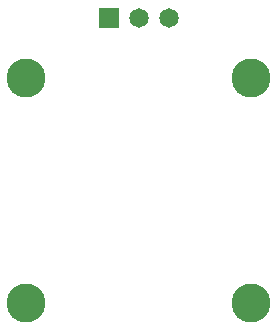
<source format=gbr>
G04 #@! TF.FileFunction,Copper,L2,Bot,Signal*
%FSLAX46Y46*%
G04 Gerber Fmt 4.6, Leading zero omitted, Abs format (unit mm)*
G04 Created by KiCad (PCBNEW 4.0.7-e2-6376~58~ubuntu16.04.1) date Fri Jan 12 15:17:18 2018*
%MOMM*%
%LPD*%
G01*
G04 APERTURE LIST*
%ADD10C,0.100000*%
%ADD11R,1.651000X1.651000*%
%ADD12C,1.651000*%
%ADD13C,3.302000*%
G04 APERTURE END LIST*
D10*
D11*
X60960000Y-48895000D03*
D12*
X63500000Y-48895000D03*
X66040000Y-48895000D03*
D13*
X53975000Y-53975000D03*
X73025000Y-53975000D03*
X73025000Y-73025000D03*
X53975000Y-73025000D03*
M02*

</source>
